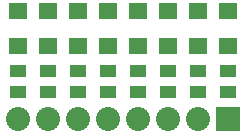
<source format=gts>
G75*
G70*
%OFA0B0*%
%FSLAX24Y24*%
%IPPOS*%
%LPD*%
%AMOC8*
5,1,8,0,0,1.08239X$1,22.5*
%
%ADD10R,0.0631X0.0552*%
%ADD11R,0.0552X0.0395*%
%ADD12R,0.0800X0.0800*%
%ADD13C,0.0800*%
D10*
X000681Y004085D03*
X001681Y004085D03*
X002681Y004085D03*
X003681Y004085D03*
X004681Y004085D03*
X005681Y004085D03*
X006681Y004085D03*
X007681Y004085D03*
X007681Y005266D03*
X006681Y005266D03*
X005681Y005266D03*
X004681Y005266D03*
X003681Y005266D03*
X002681Y005266D03*
X001681Y005266D03*
X000681Y005266D03*
D11*
X000681Y003280D03*
X000681Y002571D03*
X001681Y002571D03*
X001681Y003280D03*
X002681Y003280D03*
X002681Y002571D03*
X003681Y002571D03*
X004681Y002571D03*
X004681Y003280D03*
X003681Y003280D03*
X005681Y003280D03*
X005681Y002571D03*
X006681Y002571D03*
X006681Y003280D03*
X007681Y003280D03*
X007681Y002571D03*
D12*
X007681Y001675D03*
D13*
X000681Y001675D03*
X001681Y001675D03*
X002681Y001675D03*
X003681Y001675D03*
X004681Y001675D03*
X005681Y001675D03*
X006681Y001675D03*
M02*

</source>
